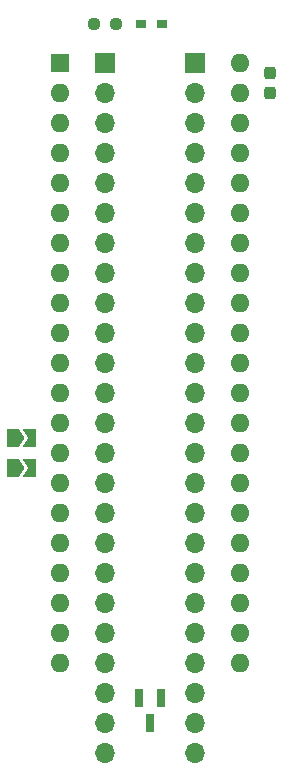
<source format=gbr>
G04 #@! TF.GenerationSoftware,KiCad,Pcbnew,8.0.4+dfsg-1*
G04 #@! TF.CreationDate,2025-02-23T16:04:20+09:00*
G04 #@! TF.ProjectId,bionic-mn1613,62696f6e-6963-42d6-9d6e-313631332e6b,2*
G04 #@! TF.SameCoordinates,Original*
G04 #@! TF.FileFunction,Soldermask,Top*
G04 #@! TF.FilePolarity,Negative*
%FSLAX46Y46*%
G04 Gerber Fmt 4.6, Leading zero omitted, Abs format (unit mm)*
G04 Created by KiCad (PCBNEW 8.0.4+dfsg-1) date 2025-02-23 16:04:20*
%MOMM*%
%LPD*%
G01*
G04 APERTURE LIST*
G04 Aperture macros list*
%AMRoundRect*
0 Rectangle with rounded corners*
0 $1 Rounding radius*
0 $2 $3 $4 $5 $6 $7 $8 $9 X,Y pos of 4 corners*
0 Add a 4 corners polygon primitive as box body*
4,1,4,$2,$3,$4,$5,$6,$7,$8,$9,$2,$3,0*
0 Add four circle primitives for the rounded corners*
1,1,$1+$1,$2,$3*
1,1,$1+$1,$4,$5*
1,1,$1+$1,$6,$7*
1,1,$1+$1,$8,$9*
0 Add four rect primitives between the rounded corners*
20,1,$1+$1,$2,$3,$4,$5,0*
20,1,$1+$1,$4,$5,$6,$7,0*
20,1,$1+$1,$6,$7,$8,$9,0*
20,1,$1+$1,$8,$9,$2,$3,0*%
%AMFreePoly0*
4,1,6,1.000000,0.000000,0.500000,-0.750000,-0.500000,-0.750000,-0.500000,0.750000,0.500000,0.750000,1.000000,0.000000,1.000000,0.000000,$1*%
%AMFreePoly1*
4,1,6,0.500000,-0.750000,-0.650000,-0.750000,-0.150000,0.000000,-0.650000,0.750000,0.500000,0.750000,0.500000,-0.750000,0.500000,-0.750000,$1*%
G04 Aperture macros list end*
%ADD10R,1.600000X1.600000*%
%ADD11O,1.600000X1.600000*%
%ADD12FreePoly0,0.000000*%
%ADD13FreePoly1,0.000000*%
%ADD14R,0.660400X1.625600*%
%ADD15RoundRect,0.237500X0.250000X0.237500X-0.250000X0.237500X-0.250000X-0.237500X0.250000X-0.237500X0*%
%ADD16R,0.965200X0.762000*%
%ADD17RoundRect,0.237500X0.237500X-0.300000X0.237500X0.300000X-0.237500X0.300000X-0.237500X-0.300000X0*%
%ADD18O,1.700000X1.700000*%
%ADD19R,1.700000X1.700000*%
G04 APERTURE END LIST*
D10*
X106080000Y-75080000D03*
D11*
X106080000Y-77620000D03*
X106080000Y-80160000D03*
X106080000Y-82700000D03*
X106080000Y-85240000D03*
X106080000Y-87780000D03*
X106080000Y-90320000D03*
X106080000Y-92860000D03*
X106080000Y-95400000D03*
X106080000Y-97940000D03*
X106080000Y-100480000D03*
X106080000Y-103020000D03*
X106080000Y-105560000D03*
X106080000Y-108100000D03*
X106080000Y-110640000D03*
X106080000Y-113180000D03*
X106080000Y-115720000D03*
X106080000Y-118260000D03*
X106080000Y-120800000D03*
X106080000Y-123340000D03*
X106080000Y-125880000D03*
X121320000Y-125880000D03*
X121320000Y-123340000D03*
X121320000Y-120800000D03*
X121320000Y-118260000D03*
X121320000Y-115720000D03*
X121320000Y-113180000D03*
X121320000Y-110640000D03*
X121320000Y-108100000D03*
X121320000Y-105560000D03*
X121320000Y-103020000D03*
X121320000Y-100480000D03*
X121320000Y-97940000D03*
X121320000Y-95400000D03*
X121320000Y-92860000D03*
X121320000Y-90320000D03*
X121320000Y-87780000D03*
X121320000Y-85240000D03*
X121320000Y-82700000D03*
X121320000Y-80160000D03*
X121320000Y-77620000D03*
X121320000Y-75080000D03*
D12*
X102090000Y-109370000D03*
D13*
X103540000Y-109370000D03*
D14*
X114650001Y-128828000D03*
X112749999Y-128828000D03*
X113700000Y-130960000D03*
D15*
X110802500Y-71778000D03*
X108977500Y-71778000D03*
D12*
X102090000Y-106830000D03*
D13*
X103540000Y-106830000D03*
D16*
X112963400Y-71778000D03*
X114716000Y-71778000D03*
D17*
X123910800Y-77618900D03*
X123910800Y-75893900D03*
D18*
X117510000Y-133500000D03*
X117510000Y-130960000D03*
X117510000Y-128420000D03*
X117510000Y-125880000D03*
X117510000Y-123340000D03*
X117510000Y-120800000D03*
X117510000Y-118260000D03*
X117510000Y-115720000D03*
X117510000Y-113180000D03*
X117510000Y-110640000D03*
X117510000Y-108100000D03*
X117510000Y-105560000D03*
X117510000Y-103020000D03*
X117510000Y-100480000D03*
X117510000Y-97940000D03*
X117510000Y-95400000D03*
X117510000Y-92860000D03*
X117510000Y-90320000D03*
X117510000Y-87780000D03*
X117510000Y-85240000D03*
X117510000Y-82700000D03*
X117510000Y-80160000D03*
X117510000Y-77620000D03*
D19*
X117510000Y-75080000D03*
X109890000Y-75080000D03*
D18*
X109890000Y-77620000D03*
X109890000Y-80160000D03*
X109890000Y-82700000D03*
X109890000Y-85240000D03*
X109890000Y-87780000D03*
X109890000Y-90320000D03*
X109890000Y-92860000D03*
X109890000Y-95400000D03*
X109890000Y-97940000D03*
X109890000Y-100480000D03*
X109890000Y-103020000D03*
X109890000Y-105560000D03*
X109890000Y-108100000D03*
X109890000Y-110640000D03*
X109890000Y-113180000D03*
X109890000Y-115720000D03*
X109890000Y-118260000D03*
X109890000Y-120800000D03*
X109890000Y-123340000D03*
X109890000Y-125880000D03*
X109890000Y-128420000D03*
X109890000Y-130960000D03*
X109890000Y-133500000D03*
M02*

</source>
